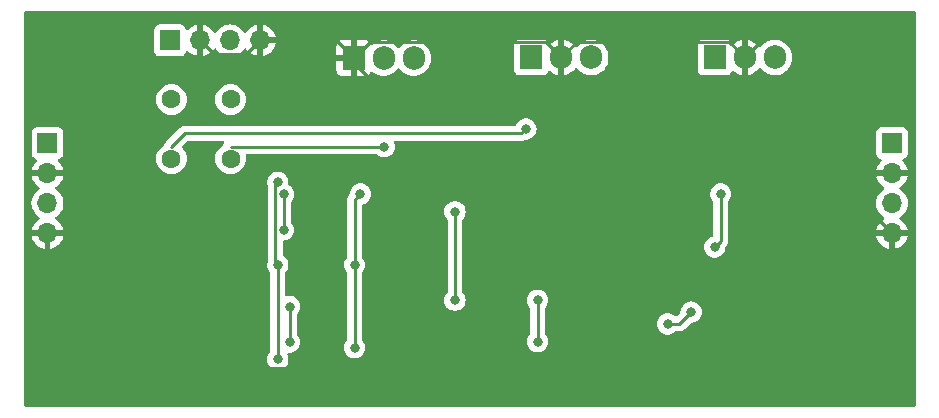
<source format=gbl>
G04 #@! TF.GenerationSoftware,KiCad,Pcbnew,7.0.7*
G04 #@! TF.CreationDate,2023-09-04T18:19:44+02:00*
G04 #@! TF.ProjectId,lt15t3,6c743135-7433-42e6-9b69-6361645f7063,rev?*
G04 #@! TF.SameCoordinates,Original*
G04 #@! TF.FileFunction,Copper,L2,Bot*
G04 #@! TF.FilePolarity,Positive*
%FSLAX46Y46*%
G04 Gerber Fmt 4.6, Leading zero omitted, Abs format (unit mm)*
G04 Created by KiCad (PCBNEW 7.0.7) date 2023-09-04 18:19:44*
%MOMM*%
%LPD*%
G01*
G04 APERTURE LIST*
G04 #@! TA.AperFunction,ComponentPad*
%ADD10R,1.700000X1.700000*%
G04 #@! TD*
G04 #@! TA.AperFunction,ComponentPad*
%ADD11O,1.700000X1.700000*%
G04 #@! TD*
G04 #@! TA.AperFunction,ComponentPad*
%ADD12C,1.600000*%
G04 #@! TD*
G04 #@! TA.AperFunction,ComponentPad*
%ADD13R,1.905000X2.000000*%
G04 #@! TD*
G04 #@! TA.AperFunction,ComponentPad*
%ADD14O,1.905000X2.000000*%
G04 #@! TD*
G04 #@! TA.AperFunction,ViaPad*
%ADD15C,0.800000*%
G04 #@! TD*
G04 #@! TA.AperFunction,Conductor*
%ADD16C,0.250000*%
G04 #@! TD*
G04 APERTURE END LIST*
D10*
G04 #@! TO.P,J1,1,Pin_1*
G04 #@! TO.N,VCC*
X118880000Y-31500000D03*
D11*
G04 #@! TO.P,J1,2,Pin_2*
G04 #@! TO.N,GND*
X121420000Y-31500000D03*
G04 #@! TO.P,J1,3,Pin_3*
G04 #@! TO.N,VSS*
X123960000Y-31500000D03*
G04 #@! TO.P,J1,4,Pin_4*
G04 #@! TO.N,GND*
X126500000Y-31500000D03*
G04 #@! TD*
D12*
G04 #@! TO.P,F1,1*
G04 #@! TO.N,VSS*
X124000000Y-36500000D03*
G04 #@! TO.P,F1,2*
G04 #@! TO.N,Net-(D4-A)*
X124000000Y-41500000D03*
G04 #@! TD*
D13*
G04 #@! TO.P,U3,1,VI*
G04 #@! TO.N,Net-(D3-K)*
X149460000Y-32945000D03*
D14*
G04 #@! TO.P,U3,2,GND*
G04 #@! TO.N,GND*
X152000000Y-32945000D03*
G04 #@! TO.P,U3,3,VO*
G04 #@! TO.N,+15V*
X154540000Y-32945000D03*
G04 #@! TD*
D10*
G04 #@! TO.P,J2,1,Pin_1*
G04 #@! TO.N,O1*
X180000000Y-40200000D03*
D11*
G04 #@! TO.P,J2,2,Pin_2*
G04 #@! TO.N,GND*
X180000000Y-42740000D03*
G04 #@! TO.P,J2,3,Pin_3*
G04 #@! TO.N,O2*
X180000000Y-45280000D03*
G04 #@! TO.P,J2,4,Pin_4*
G04 #@! TO.N,GND*
X180000000Y-47820000D03*
G04 #@! TD*
D10*
G04 #@! TO.P,J3,1,Pin_1*
G04 #@! TO.N,IN1*
X108500000Y-40200000D03*
D11*
G04 #@! TO.P,J3,2,Pin_2*
G04 #@! TO.N,GND*
X108500000Y-42740000D03*
G04 #@! TO.P,J3,3,Pin_3*
G04 #@! TO.N,IN2*
X108500000Y-45280000D03*
G04 #@! TO.P,J3,4,Pin_4*
G04 #@! TO.N,GND*
X108500000Y-47820000D03*
G04 #@! TD*
D12*
G04 #@! TO.P,F2,1*
G04 #@! TO.N,VCC*
X119000000Y-36500000D03*
G04 #@! TO.P,F2,2*
G04 #@! TO.N,Net-(D3-K)*
X119000000Y-41500000D03*
G04 #@! TD*
D13*
G04 #@! TO.P,U4,1,ADJ*
G04 #@! TO.N,GND*
X134420000Y-33000000D03*
D14*
G04 #@! TO.P,U4,2,VI*
G04 #@! TO.N,Net-(D4-A)*
X136960000Y-33000000D03*
G04 #@! TO.P,U4,3,VO*
G04 #@! TO.N,-15V*
X139500000Y-33000000D03*
G04 #@! TD*
D13*
G04 #@! TO.P,U5,1,IN*
G04 #@! TO.N,+15V*
X165000000Y-32945000D03*
D14*
G04 #@! TO.P,U5,2,GND*
G04 #@! TO.N,GND*
X167540000Y-32945000D03*
G04 #@! TO.P,U5,3,OUT*
G04 #@! TO.N,+3.3V*
X170080000Y-32945000D03*
G04 #@! TD*
D15*
G04 #@! TO.N,GND*
X161000000Y-49500000D03*
X159500000Y-56275000D03*
X151000000Y-49000000D03*
X148500000Y-56000000D03*
X138000000Y-37000000D03*
G04 #@! TO.N,+15V*
X135000000Y-44500000D03*
X134500000Y-57500000D03*
X134500000Y-50500000D03*
G04 #@! TO.N,-15V*
X128000000Y-50500000D03*
X128000000Y-43500000D03*
X128000000Y-58500000D03*
G04 #@! TO.N,Net-(D3-K)*
X149000000Y-39000000D03*
G04 #@! TO.N,Net-(D4-A)*
X137000000Y-40500000D03*
G04 #@! TO.N,+3.3V*
X165000000Y-49000000D03*
X165500000Y-44500000D03*
G04 #@! TO.N,Net-(U1--)*
X129000000Y-54040000D03*
X129000000Y-57040000D03*
G04 #@! TO.N,Net-(U6B--)*
X150000000Y-53500000D03*
X150000000Y-57000000D03*
G04 #@! TO.N,Net-(U2--)*
X128500000Y-44540000D03*
X128500000Y-47540000D03*
G04 #@! TO.N,Net-(U6A--)*
X143000000Y-53500000D03*
X143000000Y-46000000D03*
G04 #@! TO.N,Net-(U6A-+)*
X161000000Y-55500000D03*
X163000000Y-54500000D03*
G04 #@! TD*
D16*
G04 #@! TO.N,GND*
X177500000Y-55000000D02*
X177500000Y-33500000D01*
X111000000Y-55000000D02*
X115225000Y-59225000D01*
X173275000Y-59225000D02*
X177500000Y-55000000D01*
X166215000Y-31620000D02*
X167540000Y-32945000D01*
X134420000Y-33000000D02*
X135800000Y-31620000D01*
X152000000Y-32945000D02*
X153325000Y-31620000D01*
X122595000Y-32675000D02*
X125325000Y-32675000D01*
X121420000Y-31500000D02*
X122595000Y-32675000D01*
X111000000Y-33500000D02*
X111000000Y-55000000D01*
X180000000Y-42740000D02*
X178760000Y-42740000D01*
X177000000Y-44500000D02*
X177000000Y-44820000D01*
X161000000Y-49500000D02*
X159500000Y-51000000D01*
X177500000Y-33500000D02*
X175000000Y-31000000D01*
X132920000Y-31500000D02*
X134420000Y-33000000D01*
X151000000Y-49000000D02*
X148500000Y-51500000D01*
X150675000Y-31620000D02*
X152000000Y-32945000D01*
X169000000Y-31485000D02*
X167540000Y-32945000D01*
X159500000Y-51000000D02*
X159500000Y-56275000D01*
X169000000Y-31000000D02*
X169000000Y-31485000D01*
X115225000Y-59225000D02*
X173275000Y-59225000D01*
X153325000Y-31620000D02*
X166215000Y-31620000D01*
X175000000Y-31000000D02*
X169000000Y-31000000D01*
X125325000Y-32675000D02*
X126500000Y-31500000D01*
X138000000Y-37000000D02*
X134420000Y-33420000D01*
X178760000Y-42740000D02*
X177000000Y-44500000D01*
X134420000Y-33420000D02*
X134420000Y-33000000D01*
X135800000Y-31620000D02*
X150675000Y-31620000D01*
X177000000Y-44820000D02*
X180000000Y-47820000D01*
X148500000Y-51500000D02*
X148500000Y-56000000D01*
X126500000Y-31500000D02*
X132920000Y-31500000D01*
G04 #@! TO.N,+15V*
X134500000Y-57500000D02*
X134500000Y-50500000D01*
X134500000Y-50500000D02*
X134500000Y-45000000D01*
X134500000Y-45000000D02*
X135000000Y-44500000D01*
G04 #@! TO.N,-15V*
X128000000Y-50500000D02*
X127775000Y-50275000D01*
X128000000Y-58500000D02*
X128000000Y-50500000D01*
X127775000Y-50275000D02*
X127775000Y-43725000D01*
X127775000Y-43725000D02*
X128000000Y-43500000D01*
G04 #@! TO.N,Net-(D3-K)*
X119000000Y-40500000D02*
X120125000Y-39375000D01*
X148625000Y-39375000D02*
X149000000Y-39000000D01*
X120125000Y-39375000D02*
X148625000Y-39375000D01*
G04 #@! TO.N,Net-(D4-A)*
X124000000Y-40500000D02*
X137000000Y-40500000D01*
G04 #@! TO.N,+3.3V*
X165500000Y-48500000D02*
X165500000Y-44500000D01*
X165000000Y-49000000D02*
X165500000Y-48500000D01*
G04 #@! TO.N,Net-(U1--)*
X129000000Y-57040000D02*
X129000000Y-54040000D01*
G04 #@! TO.N,Net-(U6B--)*
X150000000Y-57000000D02*
X150000000Y-53500000D01*
G04 #@! TO.N,Net-(U2--)*
X128500000Y-47540000D02*
X128500000Y-44540000D01*
G04 #@! TO.N,Net-(U6A--)*
X143000000Y-46000000D02*
X143000000Y-53500000D01*
G04 #@! TO.N,Net-(U6A-+)*
X162000000Y-55500000D02*
X163000000Y-54500000D01*
X161000000Y-55500000D02*
X162000000Y-55500000D01*
G04 #@! TD*
G04 #@! TA.AperFunction,Conductor*
G04 #@! TO.N,GND*
G36*
X181942539Y-29020185D02*
G01*
X181988294Y-29072989D01*
X181999500Y-29124500D01*
X181999500Y-62375500D01*
X181979815Y-62442539D01*
X181927011Y-62488294D01*
X181875500Y-62499500D01*
X106624500Y-62499500D01*
X106557461Y-62479815D01*
X106511706Y-62427011D01*
X106500500Y-62375500D01*
X106500500Y-58500000D01*
X127094540Y-58500000D01*
X127114326Y-58688256D01*
X127114327Y-58688259D01*
X127172818Y-58868277D01*
X127172821Y-58868284D01*
X127267467Y-59032216D01*
X127394128Y-59172887D01*
X127394129Y-59172888D01*
X127547265Y-59284148D01*
X127547270Y-59284151D01*
X127720192Y-59361142D01*
X127720197Y-59361144D01*
X127905354Y-59400500D01*
X127905355Y-59400500D01*
X128094644Y-59400500D01*
X128094646Y-59400500D01*
X128279803Y-59361144D01*
X128452730Y-59284151D01*
X128605871Y-59172888D01*
X128732533Y-59032216D01*
X128827179Y-58868284D01*
X128885674Y-58688256D01*
X128905460Y-58500000D01*
X128885674Y-58311744D01*
X128827179Y-58131716D01*
X128824167Y-58126499D01*
X128807694Y-58058602D01*
X128830546Y-57992574D01*
X128885466Y-57949383D01*
X128931554Y-57940500D01*
X129094644Y-57940500D01*
X129094646Y-57940500D01*
X129279803Y-57901144D01*
X129452730Y-57824151D01*
X129605871Y-57712888D01*
X129732533Y-57572216D01*
X129774227Y-57500000D01*
X133594540Y-57500000D01*
X133614326Y-57688256D01*
X133614327Y-57688259D01*
X133672818Y-57868277D01*
X133672821Y-57868284D01*
X133767467Y-58032216D01*
X133857063Y-58131722D01*
X133894129Y-58172888D01*
X134047265Y-58284148D01*
X134047270Y-58284151D01*
X134220192Y-58361142D01*
X134220197Y-58361144D01*
X134405354Y-58400500D01*
X134405355Y-58400500D01*
X134594644Y-58400500D01*
X134594646Y-58400500D01*
X134779803Y-58361144D01*
X134952730Y-58284151D01*
X135105871Y-58172888D01*
X135232533Y-58032216D01*
X135327179Y-57868284D01*
X135385674Y-57688256D01*
X135405460Y-57500000D01*
X135385674Y-57311744D01*
X135327179Y-57131716D01*
X135251133Y-57000000D01*
X149094540Y-57000000D01*
X149114326Y-57188256D01*
X149114327Y-57188259D01*
X149172818Y-57368277D01*
X149172821Y-57368284D01*
X149267467Y-57532216D01*
X149394129Y-57672888D01*
X149547265Y-57784148D01*
X149547270Y-57784151D01*
X149720192Y-57861142D01*
X149720197Y-57861144D01*
X149905354Y-57900500D01*
X149905355Y-57900500D01*
X150094644Y-57900500D01*
X150094646Y-57900500D01*
X150279803Y-57861144D01*
X150452730Y-57784151D01*
X150605871Y-57672888D01*
X150732533Y-57532216D01*
X150827179Y-57368284D01*
X150885674Y-57188256D01*
X150905460Y-57000000D01*
X150885674Y-56811744D01*
X150827179Y-56631716D01*
X150732533Y-56467784D01*
X150657350Y-56384284D01*
X150627120Y-56321292D01*
X150625500Y-56301312D01*
X150625500Y-55500000D01*
X160094540Y-55500000D01*
X160114326Y-55688256D01*
X160114327Y-55688259D01*
X160172818Y-55868277D01*
X160172821Y-55868284D01*
X160267467Y-56032216D01*
X160388401Y-56166526D01*
X160394129Y-56172888D01*
X160547265Y-56284148D01*
X160547270Y-56284151D01*
X160720192Y-56361142D01*
X160720197Y-56361144D01*
X160905354Y-56400500D01*
X160905355Y-56400500D01*
X161094644Y-56400500D01*
X161094646Y-56400500D01*
X161279803Y-56361144D01*
X161452730Y-56284151D01*
X161605871Y-56172888D01*
X161608788Y-56169647D01*
X161611600Y-56166526D01*
X161671087Y-56129879D01*
X161703748Y-56125500D01*
X161917257Y-56125500D01*
X161932877Y-56127224D01*
X161932904Y-56126939D01*
X161940660Y-56127671D01*
X161940667Y-56127673D01*
X162009814Y-56125500D01*
X162039350Y-56125500D01*
X162046228Y-56124630D01*
X162052041Y-56124172D01*
X162098627Y-56122709D01*
X162117869Y-56117117D01*
X162136912Y-56113174D01*
X162156792Y-56110664D01*
X162200122Y-56093507D01*
X162205646Y-56091617D01*
X162209396Y-56090527D01*
X162250390Y-56078618D01*
X162267629Y-56068422D01*
X162285103Y-56059862D01*
X162303727Y-56052488D01*
X162303727Y-56052487D01*
X162303732Y-56052486D01*
X162341449Y-56025082D01*
X162346305Y-56021892D01*
X162386420Y-55998170D01*
X162400589Y-55983999D01*
X162415379Y-55971368D01*
X162431587Y-55959594D01*
X162461299Y-55923676D01*
X162465212Y-55919376D01*
X162947770Y-55436819D01*
X163009094Y-55403334D01*
X163035452Y-55400500D01*
X163094644Y-55400500D01*
X163094646Y-55400500D01*
X163279803Y-55361144D01*
X163452730Y-55284151D01*
X163605871Y-55172888D01*
X163732533Y-55032216D01*
X163827179Y-54868284D01*
X163885674Y-54688256D01*
X163905460Y-54500000D01*
X163885674Y-54311744D01*
X163827179Y-54131716D01*
X163732533Y-53967784D01*
X163605871Y-53827112D01*
X163605870Y-53827111D01*
X163452734Y-53715851D01*
X163452729Y-53715848D01*
X163279807Y-53638857D01*
X163279802Y-53638855D01*
X163134000Y-53607865D01*
X163094646Y-53599500D01*
X162905354Y-53599500D01*
X162872897Y-53606398D01*
X162720197Y-53638855D01*
X162720192Y-53638857D01*
X162547270Y-53715848D01*
X162547265Y-53715851D01*
X162394129Y-53827111D01*
X162267466Y-53967785D01*
X162172821Y-54131715D01*
X162172818Y-54131722D01*
X162114327Y-54311740D01*
X162114326Y-54311744D01*
X162096679Y-54479650D01*
X162070094Y-54544264D01*
X162061039Y-54554369D01*
X161784700Y-54830708D01*
X161723377Y-54864193D01*
X161653685Y-54859209D01*
X161611534Y-54830534D01*
X161610701Y-54831461D01*
X161605869Y-54827110D01*
X161452734Y-54715851D01*
X161452729Y-54715848D01*
X161279807Y-54638857D01*
X161279802Y-54638855D01*
X161134001Y-54607865D01*
X161094646Y-54599500D01*
X160905354Y-54599500D01*
X160872897Y-54606398D01*
X160720197Y-54638855D01*
X160720192Y-54638857D01*
X160547270Y-54715848D01*
X160547265Y-54715851D01*
X160394129Y-54827111D01*
X160267466Y-54967785D01*
X160172821Y-55131715D01*
X160172818Y-55131722D01*
X160114327Y-55311740D01*
X160114326Y-55311744D01*
X160094540Y-55500000D01*
X150625500Y-55500000D01*
X150625500Y-54198687D01*
X150645185Y-54131648D01*
X150657350Y-54115715D01*
X150675891Y-54095122D01*
X150732533Y-54032216D01*
X150827179Y-53868284D01*
X150885674Y-53688256D01*
X150905460Y-53500000D01*
X150885674Y-53311744D01*
X150827179Y-53131716D01*
X150732533Y-52967784D01*
X150605871Y-52827112D01*
X150605870Y-52827111D01*
X150452734Y-52715851D01*
X150452729Y-52715848D01*
X150279807Y-52638857D01*
X150279802Y-52638855D01*
X150134001Y-52607865D01*
X150094646Y-52599500D01*
X149905354Y-52599500D01*
X149872897Y-52606398D01*
X149720197Y-52638855D01*
X149720192Y-52638857D01*
X149547270Y-52715848D01*
X149547265Y-52715851D01*
X149394129Y-52827111D01*
X149267466Y-52967785D01*
X149172821Y-53131715D01*
X149172818Y-53131722D01*
X149114327Y-53311740D01*
X149114326Y-53311744D01*
X149094540Y-53500000D01*
X149114326Y-53688256D01*
X149114327Y-53688259D01*
X149172818Y-53868277D01*
X149172821Y-53868284D01*
X149267467Y-54032216D01*
X149274476Y-54040000D01*
X149342650Y-54115715D01*
X149372880Y-54178706D01*
X149374500Y-54198687D01*
X149374500Y-56301312D01*
X149354815Y-56368351D01*
X149342650Y-56384284D01*
X149267466Y-56467784D01*
X149172821Y-56631715D01*
X149172818Y-56631722D01*
X149114327Y-56811740D01*
X149114326Y-56811744D01*
X149094540Y-57000000D01*
X135251133Y-57000000D01*
X135232533Y-56967784D01*
X135232533Y-56967783D01*
X135157350Y-56884284D01*
X135127120Y-56821292D01*
X135125500Y-56801312D01*
X135125500Y-53500000D01*
X142094540Y-53500000D01*
X142114326Y-53688256D01*
X142114327Y-53688259D01*
X142172818Y-53868277D01*
X142172821Y-53868284D01*
X142267467Y-54032216D01*
X142357063Y-54131722D01*
X142394129Y-54172888D01*
X142547265Y-54284148D01*
X142547270Y-54284151D01*
X142720192Y-54361142D01*
X142720197Y-54361144D01*
X142905354Y-54400500D01*
X142905355Y-54400500D01*
X143094644Y-54400500D01*
X143094646Y-54400500D01*
X143279803Y-54361144D01*
X143452730Y-54284151D01*
X143605871Y-54172888D01*
X143732533Y-54032216D01*
X143827179Y-53868284D01*
X143885674Y-53688256D01*
X143905460Y-53500000D01*
X143885674Y-53311744D01*
X143827179Y-53131716D01*
X143732533Y-52967784D01*
X143732533Y-52967783D01*
X143657350Y-52884284D01*
X143627120Y-52821292D01*
X143625500Y-52801312D01*
X143625500Y-49000000D01*
X164094540Y-49000000D01*
X164114326Y-49188256D01*
X164114327Y-49188259D01*
X164172818Y-49368277D01*
X164172821Y-49368284D01*
X164267467Y-49532216D01*
X164341754Y-49614720D01*
X164394129Y-49672888D01*
X164547265Y-49784148D01*
X164547270Y-49784151D01*
X164720192Y-49861142D01*
X164720197Y-49861144D01*
X164905354Y-49900500D01*
X164905355Y-49900500D01*
X165094644Y-49900500D01*
X165094646Y-49900500D01*
X165279803Y-49861144D01*
X165452730Y-49784151D01*
X165605871Y-49672888D01*
X165732533Y-49532216D01*
X165827179Y-49368284D01*
X165885674Y-49188256D01*
X165903232Y-49021195D01*
X165929815Y-48956584D01*
X165936147Y-48949290D01*
X165949241Y-48935348D01*
X165970120Y-48914470D01*
X165974370Y-48908989D01*
X165978151Y-48904561D01*
X166010062Y-48870582D01*
X166019713Y-48853024D01*
X166030396Y-48836761D01*
X166042673Y-48820936D01*
X166061183Y-48778158D01*
X166063743Y-48772932D01*
X166086197Y-48732092D01*
X166091178Y-48712687D01*
X166097482Y-48694279D01*
X166105438Y-48675895D01*
X166112729Y-48629853D01*
X166113908Y-48624162D01*
X166125500Y-48579019D01*
X166125500Y-48558974D01*
X166127025Y-48539591D01*
X166130160Y-48519804D01*
X166125775Y-48473415D01*
X166125500Y-48467577D01*
X166125500Y-45280000D01*
X178644341Y-45280000D01*
X178664936Y-45515403D01*
X178664938Y-45515413D01*
X178726094Y-45743655D01*
X178726096Y-45743659D01*
X178726097Y-45743663D01*
X178757842Y-45811740D01*
X178825965Y-45957830D01*
X178825967Y-45957834D01*
X178961501Y-46151395D01*
X178961506Y-46151402D01*
X179128597Y-46318493D01*
X179128603Y-46318498D01*
X179314594Y-46448730D01*
X179358219Y-46503307D01*
X179365413Y-46572805D01*
X179333890Y-46635160D01*
X179314595Y-46651880D01*
X179128922Y-46781890D01*
X179128920Y-46781891D01*
X178961891Y-46948920D01*
X178961886Y-46948926D01*
X178826400Y-47142420D01*
X178826399Y-47142422D01*
X178726570Y-47356507D01*
X178726567Y-47356513D01*
X178669364Y-47569999D01*
X178669364Y-47570000D01*
X179386653Y-47570000D01*
X179453692Y-47589685D01*
X179499447Y-47642489D01*
X179509391Y-47711647D01*
X179505631Y-47728933D01*
X179500000Y-47748111D01*
X179500000Y-47891888D01*
X179505631Y-47911067D01*
X179505630Y-47980936D01*
X179467855Y-48039714D01*
X179404299Y-48068738D01*
X179386653Y-48070000D01*
X178669364Y-48070000D01*
X178726567Y-48283486D01*
X178726570Y-48283492D01*
X178826399Y-48497578D01*
X178961894Y-48691082D01*
X179128917Y-48858105D01*
X179322421Y-48993600D01*
X179536507Y-49093429D01*
X179536516Y-49093433D01*
X179750000Y-49150634D01*
X179750000Y-48432301D01*
X179769685Y-48365262D01*
X179822489Y-48319507D01*
X179891647Y-48309563D01*
X179964237Y-48320000D01*
X179964238Y-48320000D01*
X180035762Y-48320000D01*
X180035763Y-48320000D01*
X180108353Y-48309563D01*
X180177512Y-48319507D01*
X180230315Y-48365262D01*
X180250000Y-48432301D01*
X180250000Y-49150633D01*
X180463483Y-49093433D01*
X180463492Y-49093429D01*
X180677578Y-48993600D01*
X180871082Y-48858105D01*
X181038105Y-48691082D01*
X181173600Y-48497578D01*
X181273429Y-48283492D01*
X181273432Y-48283486D01*
X181330636Y-48070000D01*
X180613347Y-48070000D01*
X180546308Y-48050315D01*
X180500553Y-47997511D01*
X180490609Y-47928353D01*
X180494369Y-47911067D01*
X180500000Y-47891888D01*
X180500000Y-47748111D01*
X180494369Y-47728933D01*
X180494370Y-47659064D01*
X180532145Y-47600286D01*
X180595701Y-47571262D01*
X180613347Y-47570000D01*
X181330636Y-47570000D01*
X181330635Y-47569999D01*
X181273432Y-47356513D01*
X181273429Y-47356507D01*
X181173600Y-47142422D01*
X181173599Y-47142420D01*
X181038113Y-46948926D01*
X181038108Y-46948920D01*
X180871078Y-46781890D01*
X180685405Y-46651879D01*
X180641780Y-46597302D01*
X180634588Y-46527804D01*
X180666110Y-46465449D01*
X180685406Y-46448730D01*
X180871401Y-46318495D01*
X181038495Y-46151401D01*
X181174035Y-45957830D01*
X181273903Y-45743663D01*
X181335063Y-45515408D01*
X181355659Y-45280000D01*
X181352044Y-45238687D01*
X181343310Y-45138855D01*
X181335063Y-45044592D01*
X181287820Y-44868277D01*
X181273905Y-44816344D01*
X181273904Y-44816343D01*
X181273903Y-44816337D01*
X181174035Y-44602171D01*
X181162385Y-44585532D01*
X181038494Y-44408597D01*
X180871402Y-44241506D01*
X180871401Y-44241505D01*
X180685405Y-44111269D01*
X180641781Y-44056692D01*
X180634588Y-43987193D01*
X180666110Y-43924839D01*
X180685405Y-43908119D01*
X180871082Y-43778105D01*
X181038105Y-43611082D01*
X181173600Y-43417578D01*
X181273429Y-43203492D01*
X181273432Y-43203486D01*
X181330636Y-42990000D01*
X180613347Y-42990000D01*
X180546308Y-42970315D01*
X180500553Y-42917511D01*
X180490609Y-42848353D01*
X180494369Y-42831067D01*
X180500000Y-42811888D01*
X180500000Y-42668111D01*
X180494369Y-42648933D01*
X180494370Y-42579064D01*
X180532145Y-42520286D01*
X180595701Y-42491262D01*
X180613347Y-42490000D01*
X181330636Y-42490000D01*
X181330635Y-42489999D01*
X181273432Y-42276513D01*
X181273429Y-42276507D01*
X181173600Y-42062422D01*
X181173599Y-42062420D01*
X181038113Y-41868926D01*
X181038108Y-41868920D01*
X180916053Y-41746865D01*
X180882568Y-41685542D01*
X180887552Y-41615850D01*
X180929424Y-41559917D01*
X180960400Y-41543002D01*
X181092331Y-41493796D01*
X181207546Y-41407546D01*
X181293796Y-41292331D01*
X181344091Y-41157483D01*
X181350500Y-41097873D01*
X181350499Y-39302128D01*
X181344091Y-39242517D01*
X181293796Y-39107669D01*
X181293795Y-39107668D01*
X181293793Y-39107664D01*
X181207547Y-38992455D01*
X181207544Y-38992452D01*
X181092335Y-38906206D01*
X181092328Y-38906202D01*
X180957482Y-38855908D01*
X180957483Y-38855908D01*
X180897883Y-38849501D01*
X180897881Y-38849500D01*
X180897873Y-38849500D01*
X180897864Y-38849500D01*
X179102129Y-38849500D01*
X179102123Y-38849501D01*
X179042516Y-38855908D01*
X178907671Y-38906202D01*
X178907664Y-38906206D01*
X178792455Y-38992452D01*
X178792452Y-38992455D01*
X178706206Y-39107664D01*
X178706202Y-39107671D01*
X178655908Y-39242517D01*
X178649501Y-39302116D01*
X178649501Y-39302123D01*
X178649500Y-39302135D01*
X178649500Y-41097870D01*
X178649501Y-41097876D01*
X178655908Y-41157483D01*
X178706202Y-41292328D01*
X178706206Y-41292335D01*
X178792452Y-41407544D01*
X178792455Y-41407547D01*
X178907664Y-41493793D01*
X178907671Y-41493797D01*
X178924305Y-41500001D01*
X179039598Y-41543002D01*
X179095531Y-41584873D01*
X179119949Y-41650337D01*
X179105098Y-41718610D01*
X179083947Y-41746865D01*
X178961886Y-41868926D01*
X178826400Y-42062420D01*
X178826399Y-42062422D01*
X178726570Y-42276507D01*
X178726567Y-42276513D01*
X178669364Y-42489999D01*
X178669364Y-42490000D01*
X179386653Y-42490000D01*
X179453692Y-42509685D01*
X179499447Y-42562489D01*
X179509391Y-42631647D01*
X179505631Y-42648933D01*
X179500000Y-42668111D01*
X179500000Y-42811888D01*
X179505631Y-42831067D01*
X179505630Y-42900936D01*
X179467855Y-42959714D01*
X179404299Y-42988738D01*
X179386653Y-42990000D01*
X178669364Y-42990000D01*
X178726567Y-43203486D01*
X178726570Y-43203492D01*
X178826399Y-43417578D01*
X178961894Y-43611082D01*
X179128917Y-43778105D01*
X179314595Y-43908119D01*
X179358219Y-43962696D01*
X179365412Y-44032195D01*
X179333890Y-44094549D01*
X179314595Y-44111269D01*
X179128594Y-44241508D01*
X178961505Y-44408597D01*
X178825965Y-44602169D01*
X178825964Y-44602171D01*
X178748681Y-44767906D01*
X178731053Y-44805710D01*
X178726098Y-44816335D01*
X178726094Y-44816344D01*
X178664938Y-45044586D01*
X178664936Y-45044596D01*
X178644341Y-45279999D01*
X178644341Y-45280000D01*
X166125500Y-45280000D01*
X166125500Y-45198687D01*
X166145185Y-45131648D01*
X166157350Y-45115715D01*
X166196517Y-45072215D01*
X166232533Y-45032216D01*
X166327179Y-44868284D01*
X166385674Y-44688256D01*
X166405460Y-44500000D01*
X166385674Y-44311744D01*
X166327179Y-44131716D01*
X166232533Y-43967784D01*
X166105871Y-43827112D01*
X166090782Y-43816149D01*
X165952734Y-43715851D01*
X165952729Y-43715848D01*
X165779807Y-43638857D01*
X165779802Y-43638855D01*
X165634001Y-43607865D01*
X165594646Y-43599500D01*
X165405354Y-43599500D01*
X165372897Y-43606398D01*
X165220197Y-43638855D01*
X165220192Y-43638857D01*
X165047270Y-43715848D01*
X165047265Y-43715851D01*
X164894129Y-43827111D01*
X164767466Y-43967785D01*
X164672821Y-44131715D01*
X164672818Y-44131722D01*
X164637147Y-44241508D01*
X164614326Y-44311744D01*
X164594540Y-44500000D01*
X164614326Y-44688256D01*
X164614327Y-44688259D01*
X164672818Y-44868277D01*
X164672821Y-44868284D01*
X164767467Y-45032216D01*
X164803483Y-45072215D01*
X164842650Y-45115715D01*
X164872880Y-45178706D01*
X164874500Y-45198687D01*
X164874500Y-48005644D01*
X164854815Y-48072683D01*
X164802011Y-48118438D01*
X164776282Y-48126934D01*
X164720196Y-48138856D01*
X164720192Y-48138857D01*
X164547270Y-48215848D01*
X164547265Y-48215851D01*
X164394129Y-48327111D01*
X164267466Y-48467785D01*
X164172821Y-48631715D01*
X164172818Y-48631722D01*
X164126939Y-48772924D01*
X164114326Y-48811744D01*
X164094540Y-49000000D01*
X143625500Y-49000000D01*
X143625500Y-46698687D01*
X143645185Y-46631648D01*
X143657350Y-46615715D01*
X143675891Y-46595122D01*
X143732533Y-46532216D01*
X143827179Y-46368284D01*
X143885674Y-46188256D01*
X143905460Y-46000000D01*
X143885674Y-45811744D01*
X143827179Y-45631716D01*
X143732533Y-45467784D01*
X143605871Y-45327112D01*
X143605870Y-45327111D01*
X143452734Y-45215851D01*
X143452729Y-45215848D01*
X143279807Y-45138857D01*
X143279802Y-45138855D01*
X143134001Y-45107865D01*
X143094646Y-45099500D01*
X142905354Y-45099500D01*
X142872897Y-45106398D01*
X142720197Y-45138855D01*
X142720192Y-45138857D01*
X142547270Y-45215848D01*
X142547265Y-45215851D01*
X142394129Y-45327111D01*
X142267466Y-45467785D01*
X142172821Y-45631715D01*
X142172818Y-45631722D01*
X142114327Y-45811740D01*
X142114326Y-45811744D01*
X142094540Y-46000000D01*
X142114326Y-46188256D01*
X142114327Y-46188259D01*
X142172818Y-46368277D01*
X142172821Y-46368284D01*
X142267467Y-46532216D01*
X142304014Y-46572805D01*
X142342650Y-46615715D01*
X142372880Y-46678706D01*
X142374500Y-46698687D01*
X142374500Y-52801312D01*
X142354815Y-52868351D01*
X142342650Y-52884284D01*
X142267466Y-52967784D01*
X142172821Y-53131715D01*
X142172818Y-53131722D01*
X142114327Y-53311740D01*
X142114326Y-53311744D01*
X142094540Y-53500000D01*
X135125500Y-53500000D01*
X135125500Y-51198687D01*
X135145185Y-51131648D01*
X135157350Y-51115715D01*
X135175891Y-51095122D01*
X135232533Y-51032216D01*
X135327179Y-50868284D01*
X135385674Y-50688256D01*
X135405460Y-50500000D01*
X135385674Y-50311744D01*
X135327179Y-50131716D01*
X135232533Y-49967784D01*
X135232533Y-49967783D01*
X135157350Y-49884284D01*
X135127120Y-49821292D01*
X135125500Y-49801312D01*
X135125500Y-45494354D01*
X135145185Y-45427315D01*
X135197989Y-45381560D01*
X135223710Y-45373066D01*
X135279803Y-45361144D01*
X135279807Y-45361142D01*
X135279808Y-45361142D01*
X135356241Y-45327111D01*
X135452730Y-45284151D01*
X135605871Y-45172888D01*
X135732533Y-45032216D01*
X135827179Y-44868284D01*
X135885674Y-44688256D01*
X135905460Y-44500000D01*
X135885674Y-44311744D01*
X135827179Y-44131716D01*
X135732533Y-43967784D01*
X135605871Y-43827112D01*
X135590782Y-43816149D01*
X135452734Y-43715851D01*
X135452729Y-43715848D01*
X135279807Y-43638857D01*
X135279802Y-43638855D01*
X135134000Y-43607865D01*
X135094646Y-43599500D01*
X134905354Y-43599500D01*
X134872897Y-43606398D01*
X134720197Y-43638855D01*
X134720192Y-43638857D01*
X134547270Y-43715848D01*
X134547265Y-43715851D01*
X134394129Y-43827111D01*
X134267466Y-43967785D01*
X134172821Y-44131715D01*
X134172818Y-44131722D01*
X134137147Y-44241508D01*
X134114326Y-44311744D01*
X134110122Y-44351744D01*
X134096768Y-44478799D01*
X134070183Y-44543413D01*
X134063841Y-44550719D01*
X134050773Y-44564635D01*
X134043810Y-44571597D01*
X134029888Y-44585519D01*
X134029877Y-44585532D01*
X134025621Y-44591017D01*
X134021837Y-44595447D01*
X133989937Y-44629418D01*
X133989936Y-44629420D01*
X133980284Y-44646976D01*
X133969610Y-44663226D01*
X133957329Y-44679061D01*
X133957324Y-44679068D01*
X133938815Y-44721838D01*
X133936245Y-44727084D01*
X133913803Y-44767906D01*
X133908822Y-44787307D01*
X133902521Y-44805710D01*
X133894562Y-44824102D01*
X133894561Y-44824105D01*
X133887271Y-44870127D01*
X133886087Y-44875846D01*
X133874501Y-44920972D01*
X133874500Y-44920982D01*
X133874500Y-44941016D01*
X133872973Y-44960415D01*
X133869840Y-44980194D01*
X133869839Y-44980197D01*
X133874224Y-45026585D01*
X133874499Y-45032421D01*
X133874500Y-49801312D01*
X133854815Y-49868351D01*
X133842650Y-49884284D01*
X133767466Y-49967784D01*
X133672821Y-50131715D01*
X133672818Y-50131722D01*
X133643431Y-50222168D01*
X133614326Y-50311744D01*
X133594540Y-50500000D01*
X133614326Y-50688256D01*
X133614327Y-50688259D01*
X133672818Y-50868277D01*
X133672821Y-50868284D01*
X133767467Y-51032216D01*
X133810772Y-51080310D01*
X133842650Y-51115715D01*
X133872880Y-51178706D01*
X133874500Y-51198687D01*
X133874500Y-56801312D01*
X133854815Y-56868351D01*
X133842650Y-56884284D01*
X133767466Y-56967784D01*
X133672821Y-57131715D01*
X133672818Y-57131722D01*
X133614327Y-57311740D01*
X133614326Y-57311744D01*
X133594540Y-57500000D01*
X129774227Y-57500000D01*
X129827179Y-57408284D01*
X129885674Y-57228256D01*
X129905460Y-57040000D01*
X129885674Y-56851744D01*
X129827179Y-56671716D01*
X129732533Y-56507784D01*
X129732532Y-56507783D01*
X129657349Y-56424283D01*
X129627119Y-56361291D01*
X129625499Y-56341311D01*
X129625499Y-54738686D01*
X129645184Y-54671647D01*
X129657351Y-54655712D01*
X129732530Y-54572220D01*
X129732531Y-54572217D01*
X129732533Y-54572216D01*
X129827179Y-54408284D01*
X129885674Y-54228256D01*
X129905460Y-54040000D01*
X129885674Y-53851744D01*
X129827179Y-53671716D01*
X129732533Y-53507784D01*
X129605871Y-53367112D01*
X129605870Y-53367111D01*
X129452734Y-53255851D01*
X129452729Y-53255848D01*
X129279807Y-53178857D01*
X129279802Y-53178855D01*
X129134000Y-53147865D01*
X129094646Y-53139500D01*
X128905354Y-53139500D01*
X128905352Y-53139500D01*
X128775280Y-53167147D01*
X128705613Y-53161831D01*
X128649880Y-53119693D01*
X128625775Y-53054113D01*
X128625500Y-53045857D01*
X128625500Y-51198687D01*
X128645185Y-51131648D01*
X128657350Y-51115715D01*
X128675891Y-51095122D01*
X128732533Y-51032216D01*
X128827179Y-50868284D01*
X128885674Y-50688256D01*
X128905460Y-50500000D01*
X128885674Y-50311744D01*
X128827179Y-50131716D01*
X128732533Y-49967784D01*
X128605871Y-49827112D01*
X128597860Y-49821292D01*
X128451614Y-49715038D01*
X128408948Y-49659708D01*
X128400499Y-49614724D01*
X128400499Y-48564499D01*
X128420184Y-48497461D01*
X128472988Y-48451706D01*
X128524499Y-48440500D01*
X128594644Y-48440500D01*
X128594646Y-48440500D01*
X128779803Y-48401144D01*
X128952730Y-48324151D01*
X129105871Y-48212888D01*
X129232533Y-48072216D01*
X129327179Y-47908284D01*
X129385674Y-47728256D01*
X129405460Y-47540000D01*
X129385674Y-47351744D01*
X129327179Y-47171716D01*
X129232533Y-47007784D01*
X129157348Y-46924283D01*
X129127119Y-46861293D01*
X129125500Y-46841324D01*
X129125500Y-45238683D01*
X129145184Y-45171648D01*
X129157350Y-45155714D01*
X129232533Y-45072216D01*
X129327179Y-44908284D01*
X129385674Y-44728256D01*
X129405460Y-44540000D01*
X129385674Y-44351744D01*
X129327179Y-44171716D01*
X129232533Y-44007784D01*
X129105871Y-43867112D01*
X129050816Y-43827112D01*
X128952735Y-43755852D01*
X128952553Y-43755747D01*
X128952468Y-43755658D01*
X128947473Y-43752029D01*
X128948136Y-43751115D01*
X128904336Y-43705182D01*
X128891111Y-43636575D01*
X128891217Y-43635511D01*
X128905460Y-43500000D01*
X128885674Y-43311744D01*
X128827179Y-43131716D01*
X128732533Y-42967784D01*
X128605871Y-42827112D01*
X128605870Y-42827111D01*
X128452734Y-42715851D01*
X128452729Y-42715848D01*
X128279807Y-42638857D01*
X128279802Y-42638855D01*
X128134000Y-42607865D01*
X128094646Y-42599500D01*
X127905354Y-42599500D01*
X127872897Y-42606398D01*
X127720197Y-42638855D01*
X127720192Y-42638857D01*
X127547270Y-42715848D01*
X127547265Y-42715851D01*
X127394129Y-42827111D01*
X127267466Y-42967785D01*
X127172821Y-43131715D01*
X127172818Y-43131722D01*
X127137637Y-43240000D01*
X127114326Y-43311744D01*
X127094540Y-43500000D01*
X127114326Y-43688256D01*
X127114327Y-43688259D01*
X127143431Y-43777831D01*
X127149500Y-43816149D01*
X127149500Y-50183850D01*
X127143430Y-50222168D01*
X127114326Y-50311744D01*
X127094540Y-50500000D01*
X127114326Y-50688256D01*
X127114327Y-50688259D01*
X127172818Y-50868277D01*
X127172821Y-50868284D01*
X127267467Y-51032216D01*
X127310772Y-51080310D01*
X127342650Y-51115715D01*
X127372880Y-51178706D01*
X127374500Y-51198687D01*
X127374500Y-57801312D01*
X127354815Y-57868351D01*
X127342650Y-57884284D01*
X127267466Y-57967784D01*
X127172821Y-58131715D01*
X127172818Y-58131722D01*
X127114327Y-58311740D01*
X127114326Y-58311744D01*
X127094540Y-58500000D01*
X106500500Y-58500000D01*
X106500500Y-45280000D01*
X107144341Y-45280000D01*
X107164936Y-45515403D01*
X107164938Y-45515413D01*
X107226094Y-45743655D01*
X107226096Y-45743659D01*
X107226097Y-45743663D01*
X107257842Y-45811740D01*
X107325965Y-45957830D01*
X107325967Y-45957834D01*
X107461501Y-46151395D01*
X107461506Y-46151402D01*
X107628597Y-46318493D01*
X107628603Y-46318498D01*
X107814594Y-46448730D01*
X107858219Y-46503307D01*
X107865413Y-46572805D01*
X107833890Y-46635160D01*
X107814595Y-46651880D01*
X107628922Y-46781890D01*
X107628920Y-46781891D01*
X107461891Y-46948920D01*
X107461886Y-46948926D01*
X107326400Y-47142420D01*
X107326399Y-47142422D01*
X107226570Y-47356507D01*
X107226567Y-47356513D01*
X107169364Y-47569999D01*
X107169364Y-47570000D01*
X107886653Y-47570000D01*
X107953692Y-47589685D01*
X107999447Y-47642489D01*
X108009391Y-47711647D01*
X108005631Y-47728933D01*
X108000000Y-47748111D01*
X108000000Y-47891888D01*
X108005631Y-47911067D01*
X108005630Y-47980936D01*
X107967855Y-48039714D01*
X107904299Y-48068738D01*
X107886653Y-48070000D01*
X107169364Y-48070000D01*
X107226567Y-48283486D01*
X107226570Y-48283492D01*
X107326399Y-48497578D01*
X107461894Y-48691082D01*
X107628917Y-48858105D01*
X107822421Y-48993600D01*
X108036507Y-49093429D01*
X108036516Y-49093433D01*
X108250000Y-49150634D01*
X108250000Y-48432301D01*
X108269685Y-48365262D01*
X108322489Y-48319507D01*
X108391647Y-48309563D01*
X108464237Y-48320000D01*
X108464238Y-48320000D01*
X108535762Y-48320000D01*
X108535763Y-48320000D01*
X108608353Y-48309563D01*
X108677512Y-48319507D01*
X108730315Y-48365262D01*
X108750000Y-48432301D01*
X108750000Y-49150633D01*
X108963483Y-49093433D01*
X108963492Y-49093429D01*
X109177578Y-48993600D01*
X109371082Y-48858105D01*
X109538105Y-48691082D01*
X109673600Y-48497578D01*
X109773429Y-48283492D01*
X109773432Y-48283486D01*
X109830636Y-48070000D01*
X109113347Y-48070000D01*
X109046308Y-48050315D01*
X109000553Y-47997511D01*
X108990609Y-47928353D01*
X108994369Y-47911067D01*
X109000000Y-47891888D01*
X109000000Y-47748111D01*
X108994369Y-47728933D01*
X108994370Y-47659064D01*
X109032145Y-47600286D01*
X109095701Y-47571262D01*
X109113347Y-47570000D01*
X109830636Y-47570000D01*
X109830635Y-47569999D01*
X109773432Y-47356513D01*
X109773429Y-47356507D01*
X109673600Y-47142422D01*
X109673599Y-47142420D01*
X109538113Y-46948926D01*
X109538108Y-46948920D01*
X109371078Y-46781890D01*
X109185405Y-46651879D01*
X109141780Y-46597302D01*
X109134588Y-46527804D01*
X109166110Y-46465449D01*
X109185406Y-46448730D01*
X109371401Y-46318495D01*
X109538495Y-46151401D01*
X109674035Y-45957830D01*
X109773903Y-45743663D01*
X109835063Y-45515408D01*
X109855659Y-45280000D01*
X109852044Y-45238687D01*
X109843310Y-45138855D01*
X109835063Y-45044592D01*
X109787820Y-44868277D01*
X109773905Y-44816344D01*
X109773904Y-44816343D01*
X109773903Y-44816337D01*
X109674035Y-44602171D01*
X109662385Y-44585532D01*
X109538494Y-44408597D01*
X109371402Y-44241506D01*
X109371401Y-44241505D01*
X109185405Y-44111269D01*
X109141781Y-44056692D01*
X109134588Y-43987193D01*
X109166110Y-43924839D01*
X109185405Y-43908119D01*
X109371082Y-43778105D01*
X109538105Y-43611082D01*
X109673600Y-43417578D01*
X109773429Y-43203492D01*
X109773432Y-43203486D01*
X109830636Y-42990000D01*
X109113347Y-42990000D01*
X109046308Y-42970315D01*
X109000553Y-42917511D01*
X108990609Y-42848353D01*
X108994369Y-42831067D01*
X109000000Y-42811888D01*
X109000000Y-42668111D01*
X108994369Y-42648933D01*
X108994370Y-42579064D01*
X109032145Y-42520286D01*
X109095701Y-42491262D01*
X109113347Y-42490000D01*
X109830636Y-42490000D01*
X109830635Y-42489999D01*
X109773432Y-42276513D01*
X109773429Y-42276507D01*
X109673600Y-42062422D01*
X109673599Y-42062420D01*
X109538113Y-41868926D01*
X109538108Y-41868920D01*
X109416053Y-41746865D01*
X109382568Y-41685542D01*
X109387552Y-41615850D01*
X109429424Y-41559917D01*
X109460400Y-41543002D01*
X109575694Y-41500001D01*
X117694532Y-41500001D01*
X117714364Y-41726686D01*
X117714366Y-41726697D01*
X117773258Y-41946488D01*
X117773261Y-41946497D01*
X117869431Y-42152732D01*
X117869432Y-42152734D01*
X117999954Y-42339141D01*
X118160858Y-42500045D01*
X118203861Y-42530156D01*
X118347266Y-42630568D01*
X118553504Y-42726739D01*
X118773308Y-42785635D01*
X118935230Y-42799801D01*
X118999998Y-42805468D01*
X119000000Y-42805468D01*
X119000002Y-42805468D01*
X119056672Y-42800509D01*
X119226692Y-42785635D01*
X119446496Y-42726739D01*
X119652734Y-42630568D01*
X119839139Y-42500047D01*
X120000047Y-42339139D01*
X120130568Y-42152734D01*
X120226739Y-41946496D01*
X120285635Y-41726692D01*
X120305468Y-41500000D01*
X120304925Y-41493798D01*
X120296763Y-41400500D01*
X120285635Y-41273308D01*
X120226739Y-41053504D01*
X120130568Y-40847266D01*
X120000047Y-40660861D01*
X120000045Y-40660858D01*
X119949569Y-40610382D01*
X119916084Y-40549059D01*
X119921068Y-40479367D01*
X119949566Y-40435023D01*
X120347771Y-40036819D01*
X120409095Y-40003334D01*
X120435453Y-40000500D01*
X123348362Y-40000500D01*
X123415401Y-40020185D01*
X123461156Y-40072989D01*
X123471100Y-40142147D01*
X123460560Y-40177297D01*
X123397064Y-40312232D01*
X123394860Y-40311195D01*
X123362222Y-40358926D01*
X123351637Y-40366238D01*
X123351700Y-40366327D01*
X123160858Y-40499954D01*
X122999954Y-40660858D01*
X122869432Y-40847265D01*
X122869431Y-40847267D01*
X122773261Y-41053502D01*
X122773258Y-41053511D01*
X122714366Y-41273302D01*
X122714364Y-41273313D01*
X122694532Y-41499998D01*
X122694532Y-41500001D01*
X122714364Y-41726686D01*
X122714366Y-41726697D01*
X122773258Y-41946488D01*
X122773261Y-41946497D01*
X122869431Y-42152732D01*
X122869432Y-42152734D01*
X122999954Y-42339141D01*
X123160858Y-42500045D01*
X123203861Y-42530156D01*
X123347266Y-42630568D01*
X123553504Y-42726739D01*
X123773308Y-42785635D01*
X123935230Y-42799801D01*
X123999998Y-42805468D01*
X124000000Y-42805468D01*
X124000002Y-42805468D01*
X124056673Y-42800509D01*
X124226692Y-42785635D01*
X124446496Y-42726739D01*
X124652734Y-42630568D01*
X124839139Y-42500047D01*
X125000047Y-42339139D01*
X125130568Y-42152734D01*
X125226739Y-41946496D01*
X125285635Y-41726692D01*
X125305468Y-41500000D01*
X125304925Y-41493798D01*
X125296763Y-41400500D01*
X125285635Y-41273308D01*
X125285633Y-41273302D01*
X125285233Y-41271027D01*
X125285346Y-41270010D01*
X125285163Y-41267914D01*
X125285584Y-41267877D01*
X125292980Y-41201589D01*
X125337039Y-41147361D01*
X125403421Y-41125562D01*
X125407350Y-41125500D01*
X136296252Y-41125500D01*
X136363291Y-41145185D01*
X136388400Y-41166526D01*
X136394126Y-41172885D01*
X136394130Y-41172889D01*
X136547265Y-41284148D01*
X136547270Y-41284151D01*
X136720192Y-41361142D01*
X136720197Y-41361144D01*
X136905354Y-41400500D01*
X136905355Y-41400500D01*
X137094644Y-41400500D01*
X137094646Y-41400500D01*
X137279803Y-41361144D01*
X137452730Y-41284151D01*
X137605871Y-41172888D01*
X137732533Y-41032216D01*
X137827179Y-40868284D01*
X137885674Y-40688256D01*
X137905460Y-40500000D01*
X137885674Y-40311744D01*
X137851313Y-40205994D01*
X137837285Y-40162818D01*
X137835290Y-40092977D01*
X137871370Y-40033144D01*
X137934071Y-40002316D01*
X137955216Y-40000500D01*
X148542257Y-40000500D01*
X148557877Y-40002224D01*
X148557904Y-40001939D01*
X148565660Y-40002671D01*
X148565667Y-40002673D01*
X148634814Y-40000500D01*
X148664350Y-40000500D01*
X148671228Y-39999630D01*
X148677041Y-39999172D01*
X148723627Y-39997709D01*
X148742869Y-39992117D01*
X148761912Y-39988174D01*
X148781792Y-39985664D01*
X148825122Y-39968507D01*
X148830646Y-39966617D01*
X148832603Y-39966048D01*
X148875390Y-39953618D01*
X148892629Y-39943422D01*
X148910096Y-39934864D01*
X148928732Y-39927486D01*
X148933276Y-39924184D01*
X148999082Y-39900702D01*
X149006165Y-39900500D01*
X149094644Y-39900500D01*
X149094646Y-39900500D01*
X149279803Y-39861144D01*
X149452730Y-39784151D01*
X149605871Y-39672888D01*
X149732533Y-39532216D01*
X149827179Y-39368284D01*
X149885674Y-39188256D01*
X149905460Y-39000000D01*
X149885674Y-38811744D01*
X149827179Y-38631716D01*
X149732533Y-38467784D01*
X149605871Y-38327112D01*
X149605870Y-38327111D01*
X149452734Y-38215851D01*
X149452729Y-38215848D01*
X149279807Y-38138857D01*
X149279802Y-38138855D01*
X149134001Y-38107865D01*
X149094646Y-38099500D01*
X148905354Y-38099500D01*
X148872897Y-38106398D01*
X148720197Y-38138855D01*
X148720192Y-38138857D01*
X148547270Y-38215848D01*
X148547265Y-38215851D01*
X148394129Y-38327111D01*
X148267466Y-38467785D01*
X148172821Y-38631715D01*
X148172818Y-38631722D01*
X148162390Y-38663818D01*
X148122952Y-38721494D01*
X148058594Y-38748692D01*
X148044459Y-38749500D01*
X120207737Y-38749500D01*
X120192120Y-38747776D01*
X120192093Y-38748062D01*
X120184331Y-38747327D01*
X120115203Y-38749500D01*
X120085650Y-38749500D01*
X120084929Y-38749590D01*
X120078757Y-38750369D01*
X120072945Y-38750826D01*
X120026373Y-38752290D01*
X120026372Y-38752290D01*
X120007129Y-38757881D01*
X119988079Y-38761825D01*
X119968211Y-38764334D01*
X119968209Y-38764335D01*
X119924884Y-38781488D01*
X119919357Y-38783380D01*
X119874610Y-38796381D01*
X119874609Y-38796382D01*
X119857367Y-38806579D01*
X119839899Y-38815137D01*
X119821269Y-38822513D01*
X119821267Y-38822514D01*
X119783576Y-38849898D01*
X119778694Y-38853105D01*
X119738579Y-38876830D01*
X119724408Y-38891000D01*
X119709623Y-38903628D01*
X119693412Y-38915407D01*
X119663709Y-38951310D01*
X119659777Y-38955631D01*
X118529885Y-40085522D01*
X118457327Y-40179063D01*
X118400451Y-40310493D01*
X118355760Y-40364200D01*
X118348668Y-40368622D01*
X118347271Y-40369428D01*
X118160858Y-40499954D01*
X117999954Y-40660858D01*
X117869432Y-40847265D01*
X117869431Y-40847267D01*
X117773261Y-41053502D01*
X117773258Y-41053511D01*
X117714366Y-41273302D01*
X117714364Y-41273313D01*
X117694532Y-41499998D01*
X117694532Y-41500001D01*
X109575694Y-41500001D01*
X109592331Y-41493796D01*
X109707546Y-41407546D01*
X109793796Y-41292331D01*
X109844091Y-41157483D01*
X109850500Y-41097873D01*
X109850499Y-39302128D01*
X109844091Y-39242517D01*
X109793796Y-39107669D01*
X109793795Y-39107668D01*
X109793793Y-39107664D01*
X109707547Y-38992455D01*
X109707544Y-38992452D01*
X109592335Y-38906206D01*
X109592328Y-38906202D01*
X109457482Y-38855908D01*
X109457483Y-38855908D01*
X109397883Y-38849501D01*
X109397881Y-38849500D01*
X109397873Y-38849500D01*
X109397864Y-38849500D01*
X107602129Y-38849500D01*
X107602123Y-38849501D01*
X107542516Y-38855908D01*
X107407671Y-38906202D01*
X107407664Y-38906206D01*
X107292455Y-38992452D01*
X107292452Y-38992455D01*
X107206206Y-39107664D01*
X107206202Y-39107671D01*
X107155908Y-39242517D01*
X107149501Y-39302116D01*
X107149501Y-39302123D01*
X107149500Y-39302135D01*
X107149500Y-41097870D01*
X107149501Y-41097876D01*
X107155908Y-41157483D01*
X107206202Y-41292328D01*
X107206206Y-41292335D01*
X107292452Y-41407544D01*
X107292455Y-41407547D01*
X107407664Y-41493793D01*
X107407671Y-41493797D01*
X107424305Y-41500001D01*
X107539598Y-41543002D01*
X107595531Y-41584873D01*
X107619949Y-41650337D01*
X107605098Y-41718610D01*
X107583947Y-41746865D01*
X107461886Y-41868926D01*
X107326400Y-42062420D01*
X107326399Y-42062422D01*
X107226570Y-42276507D01*
X107226567Y-42276513D01*
X107169364Y-42489999D01*
X107169364Y-42490000D01*
X107886653Y-42490000D01*
X107953692Y-42509685D01*
X107999447Y-42562489D01*
X108009391Y-42631647D01*
X108005631Y-42648933D01*
X108000000Y-42668111D01*
X108000000Y-42811888D01*
X108005631Y-42831067D01*
X108005630Y-42900936D01*
X107967855Y-42959714D01*
X107904299Y-42988738D01*
X107886653Y-42990000D01*
X107169364Y-42990000D01*
X107226567Y-43203486D01*
X107226570Y-43203492D01*
X107326399Y-43417578D01*
X107461894Y-43611082D01*
X107628917Y-43778105D01*
X107814595Y-43908119D01*
X107858219Y-43962696D01*
X107865412Y-44032195D01*
X107833890Y-44094549D01*
X107814595Y-44111269D01*
X107628594Y-44241508D01*
X107461505Y-44408597D01*
X107325965Y-44602169D01*
X107325964Y-44602171D01*
X107248681Y-44767906D01*
X107231053Y-44805710D01*
X107226098Y-44816335D01*
X107226094Y-44816344D01*
X107164938Y-45044586D01*
X107164936Y-45044596D01*
X107144341Y-45279999D01*
X107144341Y-45280000D01*
X106500500Y-45280000D01*
X106500500Y-36500001D01*
X117694532Y-36500001D01*
X117714364Y-36726686D01*
X117714366Y-36726697D01*
X117773258Y-36946488D01*
X117773261Y-36946497D01*
X117869431Y-37152732D01*
X117869432Y-37152734D01*
X117999954Y-37339141D01*
X118160858Y-37500045D01*
X118160861Y-37500047D01*
X118347266Y-37630568D01*
X118553504Y-37726739D01*
X118773308Y-37785635D01*
X118935230Y-37799801D01*
X118999998Y-37805468D01*
X119000000Y-37805468D01*
X119000002Y-37805468D01*
X119056672Y-37800509D01*
X119226692Y-37785635D01*
X119446496Y-37726739D01*
X119652734Y-37630568D01*
X119839139Y-37500047D01*
X120000047Y-37339139D01*
X120130568Y-37152734D01*
X120226739Y-36946496D01*
X120285635Y-36726692D01*
X120305468Y-36500001D01*
X122694532Y-36500001D01*
X122714364Y-36726686D01*
X122714366Y-36726697D01*
X122773258Y-36946488D01*
X122773261Y-36946497D01*
X122869431Y-37152732D01*
X122869432Y-37152734D01*
X122999954Y-37339141D01*
X123160858Y-37500045D01*
X123160861Y-37500047D01*
X123347266Y-37630568D01*
X123553504Y-37726739D01*
X123773308Y-37785635D01*
X123935230Y-37799801D01*
X123999998Y-37805468D01*
X124000000Y-37805468D01*
X124000002Y-37805468D01*
X124056673Y-37800509D01*
X124226692Y-37785635D01*
X124446496Y-37726739D01*
X124652734Y-37630568D01*
X124839139Y-37500047D01*
X125000047Y-37339139D01*
X125130568Y-37152734D01*
X125226739Y-36946496D01*
X125285635Y-36726692D01*
X125305468Y-36500000D01*
X125285635Y-36273308D01*
X125226739Y-36053504D01*
X125130568Y-35847266D01*
X125000047Y-35660861D01*
X125000045Y-35660858D01*
X124839141Y-35499954D01*
X124652734Y-35369432D01*
X124652732Y-35369431D01*
X124446497Y-35273261D01*
X124446488Y-35273258D01*
X124226697Y-35214366D01*
X124226693Y-35214365D01*
X124226692Y-35214365D01*
X124226691Y-35214364D01*
X124226686Y-35214364D01*
X124000002Y-35194532D01*
X123999998Y-35194532D01*
X123773313Y-35214364D01*
X123773302Y-35214366D01*
X123553511Y-35273258D01*
X123553502Y-35273261D01*
X123347267Y-35369431D01*
X123347265Y-35369432D01*
X123160858Y-35499954D01*
X122999954Y-35660858D01*
X122869432Y-35847265D01*
X122869431Y-35847267D01*
X122773261Y-36053502D01*
X122773258Y-36053511D01*
X122714366Y-36273302D01*
X122714364Y-36273313D01*
X122694532Y-36499998D01*
X122694532Y-36500001D01*
X120305468Y-36500001D01*
X120305468Y-36500000D01*
X120285635Y-36273308D01*
X120226739Y-36053504D01*
X120130568Y-35847266D01*
X120000047Y-35660861D01*
X120000045Y-35660858D01*
X119839141Y-35499954D01*
X119652734Y-35369432D01*
X119652732Y-35369431D01*
X119446497Y-35273261D01*
X119446488Y-35273258D01*
X119226697Y-35214366D01*
X119226693Y-35214365D01*
X119226692Y-35214365D01*
X119226691Y-35214364D01*
X119226686Y-35214364D01*
X119000002Y-35194532D01*
X118999998Y-35194532D01*
X118773313Y-35214364D01*
X118773302Y-35214366D01*
X118553511Y-35273258D01*
X118553502Y-35273261D01*
X118347267Y-35369431D01*
X118347265Y-35369432D01*
X118160858Y-35499954D01*
X117999954Y-35660858D01*
X117869432Y-35847265D01*
X117869431Y-35847267D01*
X117773261Y-36053502D01*
X117773258Y-36053511D01*
X117714366Y-36273302D01*
X117714364Y-36273313D01*
X117694532Y-36499998D01*
X117694532Y-36500001D01*
X106500500Y-36500001D01*
X106500500Y-34047844D01*
X132967500Y-34047844D01*
X132973901Y-34107372D01*
X132973903Y-34107379D01*
X133024145Y-34242086D01*
X133024149Y-34242093D01*
X133110309Y-34357187D01*
X133110312Y-34357190D01*
X133225406Y-34443350D01*
X133225413Y-34443354D01*
X133360120Y-34493596D01*
X133360127Y-34493598D01*
X133419655Y-34499999D01*
X133419672Y-34500000D01*
X134170000Y-34500000D01*
X134170000Y-33664652D01*
X134189685Y-33597613D01*
X134242489Y-33551858D01*
X134311647Y-33541914D01*
X134327447Y-33545248D01*
X134344404Y-33550000D01*
X134344406Y-33550000D01*
X134457622Y-33550000D01*
X134529116Y-33540173D01*
X134598210Y-33550545D01*
X134650729Y-33596627D01*
X134670000Y-33663018D01*
X134670000Y-34500000D01*
X135420328Y-34500000D01*
X135420344Y-34499999D01*
X135479872Y-34493598D01*
X135479879Y-34493596D01*
X135614586Y-34443354D01*
X135614593Y-34443350D01*
X135729687Y-34357190D01*
X135729690Y-34357187D01*
X135815850Y-34242093D01*
X135815855Y-34242084D01*
X135827312Y-34211367D01*
X135869182Y-34155433D01*
X135934646Y-34131015D01*
X136002920Y-34145866D01*
X136019655Y-34156844D01*
X136162561Y-34268072D01*
X136374336Y-34382679D01*
X136492598Y-34423278D01*
X136602083Y-34460865D01*
X136602085Y-34460865D01*
X136602087Y-34460866D01*
X136839601Y-34500500D01*
X136839602Y-34500500D01*
X137080398Y-34500500D01*
X137080399Y-34500500D01*
X137317913Y-34460866D01*
X137545664Y-34382679D01*
X137757439Y-34268072D01*
X137947463Y-34120171D01*
X138110551Y-33943010D01*
X138126190Y-33919071D01*
X138179336Y-33873714D01*
X138248567Y-33864290D01*
X138311904Y-33893791D01*
X138333808Y-33919070D01*
X138349449Y-33943010D01*
X138512537Y-34120171D01*
X138702561Y-34268072D01*
X138914336Y-34382679D01*
X139032598Y-34423278D01*
X139142083Y-34460865D01*
X139142085Y-34460865D01*
X139142087Y-34460866D01*
X139379601Y-34500500D01*
X139379602Y-34500500D01*
X139620398Y-34500500D01*
X139620399Y-34500500D01*
X139857913Y-34460866D01*
X140085664Y-34382679D01*
X140297439Y-34268072D01*
X140487463Y-34120171D01*
X140604652Y-33992870D01*
X148007000Y-33992870D01*
X148007001Y-33992876D01*
X148013408Y-34052483D01*
X148063702Y-34187328D01*
X148063706Y-34187335D01*
X148149952Y-34302544D01*
X148149955Y-34302547D01*
X148265164Y-34388793D01*
X148265171Y-34388797D01*
X148400017Y-34439091D01*
X148400016Y-34439091D01*
X148406944Y-34439835D01*
X148459627Y-34445500D01*
X150460372Y-34445499D01*
X150519983Y-34439091D01*
X150654831Y-34388796D01*
X150770046Y-34302546D01*
X150856296Y-34187331D01*
X150856297Y-34187328D01*
X150856298Y-34187327D01*
X150862308Y-34171209D01*
X150867907Y-34156197D01*
X150909776Y-34100264D01*
X150975240Y-34075844D01*
X151043513Y-34090694D01*
X151060252Y-34101675D01*
X151202831Y-34212649D01*
X151202840Y-34212655D01*
X151414531Y-34327215D01*
X151414545Y-34327221D01*
X151642207Y-34405379D01*
X151750000Y-34423366D01*
X151750000Y-33609652D01*
X151769685Y-33542613D01*
X151822489Y-33496858D01*
X151891647Y-33486914D01*
X151907447Y-33490248D01*
X151924404Y-33495000D01*
X151924406Y-33495000D01*
X152037622Y-33495000D01*
X152109116Y-33485173D01*
X152178210Y-33495545D01*
X152230729Y-33541627D01*
X152250000Y-33608018D01*
X152250000Y-34423365D01*
X152357792Y-34405379D01*
X152585454Y-34327221D01*
X152585468Y-34327215D01*
X152797159Y-34212655D01*
X152797168Y-34212649D01*
X152987116Y-34064806D01*
X152987126Y-34064797D01*
X153150154Y-33887702D01*
X153150155Y-33887701D01*
X153165891Y-33863616D01*
X153219036Y-33818258D01*
X153288267Y-33808833D01*
X153351604Y-33838333D01*
X153373510Y-33863614D01*
X153389446Y-33888007D01*
X153431664Y-33933868D01*
X153552537Y-34065171D01*
X153708908Y-34186879D01*
X153742017Y-34212649D01*
X153742561Y-34213072D01*
X153844192Y-34268072D01*
X153953478Y-34327215D01*
X153954336Y-34327679D01*
X154040290Y-34357187D01*
X154182083Y-34405865D01*
X154182085Y-34405865D01*
X154182087Y-34405866D01*
X154419601Y-34445500D01*
X154419602Y-34445500D01*
X154660398Y-34445500D01*
X154660399Y-34445500D01*
X154897913Y-34405866D01*
X155125664Y-34327679D01*
X155337439Y-34213072D01*
X155527463Y-34065171D01*
X155594021Y-33992870D01*
X163547000Y-33992870D01*
X163547001Y-33992876D01*
X163553408Y-34052483D01*
X163603702Y-34187328D01*
X163603706Y-34187335D01*
X163689952Y-34302544D01*
X163689955Y-34302547D01*
X163805164Y-34388793D01*
X163805171Y-34388797D01*
X163940017Y-34439091D01*
X163940016Y-34439091D01*
X163946944Y-34439835D01*
X163999627Y-34445500D01*
X166000372Y-34445499D01*
X166059983Y-34439091D01*
X166194831Y-34388796D01*
X166310046Y-34302546D01*
X166396296Y-34187331D01*
X166396297Y-34187328D01*
X166396298Y-34187327D01*
X166402308Y-34171209D01*
X166407907Y-34156197D01*
X166449776Y-34100264D01*
X166515240Y-34075844D01*
X166583513Y-34090694D01*
X166600252Y-34101675D01*
X166742831Y-34212649D01*
X166742840Y-34212655D01*
X166954531Y-34327215D01*
X166954545Y-34327221D01*
X167182207Y-34405379D01*
X167289999Y-34423366D01*
X167289999Y-33609652D01*
X167309683Y-33542613D01*
X167362487Y-33496858D01*
X167431646Y-33486914D01*
X167447453Y-33490250D01*
X167464404Y-33495000D01*
X167464406Y-33495000D01*
X167577622Y-33495000D01*
X167649116Y-33485173D01*
X167718210Y-33495545D01*
X167770729Y-33541627D01*
X167790000Y-33608018D01*
X167790000Y-34423365D01*
X167897792Y-34405379D01*
X168125454Y-34327221D01*
X168125468Y-34327215D01*
X168337159Y-34212655D01*
X168337168Y-34212649D01*
X168527116Y-34064806D01*
X168527126Y-34064797D01*
X168690154Y-33887702D01*
X168690155Y-33887701D01*
X168705891Y-33863616D01*
X168759036Y-33818258D01*
X168828267Y-33808833D01*
X168891604Y-33838333D01*
X168913510Y-33863614D01*
X168929446Y-33888007D01*
X168971664Y-33933868D01*
X169092537Y-34065171D01*
X169248908Y-34186879D01*
X169282017Y-34212649D01*
X169282561Y-34213072D01*
X169384192Y-34268072D01*
X169493478Y-34327215D01*
X169494336Y-34327679D01*
X169580290Y-34357187D01*
X169722083Y-34405865D01*
X169722085Y-34405865D01*
X169722087Y-34405866D01*
X169959601Y-34445500D01*
X169959602Y-34445500D01*
X170200398Y-34445500D01*
X170200399Y-34445500D01*
X170437913Y-34405866D01*
X170665664Y-34327679D01*
X170877439Y-34213072D01*
X171067463Y-34065171D01*
X171230551Y-33888010D01*
X171362255Y-33686422D01*
X171458983Y-33465905D01*
X171518095Y-33232476D01*
X171533000Y-33052600D01*
X171533000Y-32837400D01*
X171518095Y-32657524D01*
X171458983Y-32424095D01*
X171362255Y-32203578D01*
X171230551Y-32001990D01*
X171067463Y-31824829D01*
X170910505Y-31702664D01*
X170877441Y-31676929D01*
X170665665Y-31562321D01*
X170665656Y-31562318D01*
X170437916Y-31484134D01*
X170238800Y-31450908D01*
X170200399Y-31444500D01*
X169959601Y-31444500D01*
X169921200Y-31450908D01*
X169722083Y-31484134D01*
X169494343Y-31562318D01*
X169494334Y-31562321D01*
X169282558Y-31676929D01*
X169186195Y-31751932D01*
X169092537Y-31824829D01*
X169092534Y-31824831D01*
X169092534Y-31824832D01*
X168929450Y-32001988D01*
X168929446Y-32001994D01*
X168913507Y-32026389D01*
X168860359Y-32071744D01*
X168791127Y-32081165D01*
X168727793Y-32051661D01*
X168705892Y-32026385D01*
X168690154Y-32002296D01*
X168527126Y-31825202D01*
X168527116Y-31825193D01*
X168337168Y-31677350D01*
X168337159Y-31677344D01*
X168125468Y-31562784D01*
X168125454Y-31562778D01*
X167897791Y-31484619D01*
X167790000Y-31466633D01*
X167790000Y-32280347D01*
X167770315Y-32347386D01*
X167717511Y-32393141D01*
X167648353Y-32403085D01*
X167632547Y-32399749D01*
X167615598Y-32395000D01*
X167615596Y-32395000D01*
X167502378Y-32395000D01*
X167502376Y-32395000D01*
X167430884Y-32404826D01*
X167361789Y-32394453D01*
X167309270Y-32348371D01*
X167290000Y-32281981D01*
X167290000Y-31466633D01*
X167289999Y-31466633D01*
X167182208Y-31484619D01*
X166954545Y-31562778D01*
X166954531Y-31562784D01*
X166742840Y-31677344D01*
X166742838Y-31677345D01*
X166600252Y-31788325D01*
X166535258Y-31813967D01*
X166466718Y-31800400D01*
X166416393Y-31751932D01*
X166407907Y-31733801D01*
X166407208Y-31731928D01*
X166396296Y-31702669D01*
X166396295Y-31702668D01*
X166396293Y-31702664D01*
X166310047Y-31587455D01*
X166310044Y-31587452D01*
X166194835Y-31501206D01*
X166194828Y-31501202D01*
X166059982Y-31450908D01*
X166059983Y-31450908D01*
X166000383Y-31444501D01*
X166000381Y-31444500D01*
X166000373Y-31444500D01*
X166000364Y-31444500D01*
X163999629Y-31444500D01*
X163999623Y-31444501D01*
X163940016Y-31450908D01*
X163805171Y-31501202D01*
X163805164Y-31501206D01*
X163689955Y-31587452D01*
X163689952Y-31587455D01*
X163603706Y-31702664D01*
X163603702Y-31702671D01*
X163553408Y-31837517D01*
X163547001Y-31897116D01*
X163547000Y-31897135D01*
X163547000Y-33992870D01*
X155594021Y-33992870D01*
X155690551Y-33888010D01*
X155822255Y-33686422D01*
X155918983Y-33465905D01*
X155978095Y-33232476D01*
X155993000Y-33052600D01*
X155993000Y-32837400D01*
X155978095Y-32657524D01*
X155918983Y-32424095D01*
X155822255Y-32203578D01*
X155690551Y-32001990D01*
X155527463Y-31824829D01*
X155370505Y-31702664D01*
X155337441Y-31676929D01*
X155125665Y-31562321D01*
X155125656Y-31562318D01*
X154897916Y-31484134D01*
X154698800Y-31450908D01*
X154660399Y-31444500D01*
X154419601Y-31444500D01*
X154381200Y-31450908D01*
X154182083Y-31484134D01*
X153954343Y-31562318D01*
X153954334Y-31562321D01*
X153742558Y-31676929D01*
X153646195Y-31751932D01*
X153552537Y-31824829D01*
X153552534Y-31824831D01*
X153552534Y-31824832D01*
X153389450Y-32001988D01*
X153389446Y-32001994D01*
X153373507Y-32026389D01*
X153320359Y-32071744D01*
X153251127Y-32081165D01*
X153187793Y-32051661D01*
X153165892Y-32026385D01*
X153150154Y-32002296D01*
X152987126Y-31825202D01*
X152987116Y-31825193D01*
X152797168Y-31677350D01*
X152797159Y-31677344D01*
X152585468Y-31562784D01*
X152585454Y-31562778D01*
X152357791Y-31484619D01*
X152250000Y-31466633D01*
X152250000Y-32280347D01*
X152230315Y-32347386D01*
X152177511Y-32393141D01*
X152108353Y-32403085D01*
X152092547Y-32399749D01*
X152075598Y-32395000D01*
X152075596Y-32395000D01*
X151962378Y-32395000D01*
X151962376Y-32395000D01*
X151890884Y-32404826D01*
X151821789Y-32394453D01*
X151769270Y-32348371D01*
X151750000Y-32281981D01*
X151750000Y-31466633D01*
X151749999Y-31466633D01*
X151642208Y-31484619D01*
X151414545Y-31562778D01*
X151414531Y-31562784D01*
X151202840Y-31677344D01*
X151202838Y-31677345D01*
X151060252Y-31788325D01*
X150995258Y-31813967D01*
X150926718Y-31800400D01*
X150876393Y-31751932D01*
X150867907Y-31733801D01*
X150867208Y-31731928D01*
X150856296Y-31702669D01*
X150856295Y-31702668D01*
X150856293Y-31702664D01*
X150770047Y-31587455D01*
X150770044Y-31587452D01*
X150654835Y-31501206D01*
X150654828Y-31501202D01*
X150519982Y-31450908D01*
X150519983Y-31450908D01*
X150460383Y-31444501D01*
X150460381Y-31444500D01*
X150460373Y-31444500D01*
X150460364Y-31444500D01*
X148459629Y-31444500D01*
X148459623Y-31444501D01*
X148400016Y-31450908D01*
X148265171Y-31501202D01*
X148265164Y-31501206D01*
X148149955Y-31587452D01*
X148149952Y-31587455D01*
X148063706Y-31702664D01*
X148063702Y-31702671D01*
X148013408Y-31837517D01*
X148007001Y-31897116D01*
X148007000Y-31897135D01*
X148007000Y-33992870D01*
X140604652Y-33992870D01*
X140650551Y-33943010D01*
X140782255Y-33741422D01*
X140878983Y-33520905D01*
X140938095Y-33287476D01*
X140953000Y-33107600D01*
X140953000Y-32892400D01*
X140938095Y-32712524D01*
X140878983Y-32479095D01*
X140782255Y-32258578D01*
X140650551Y-32056990D01*
X140487463Y-31879829D01*
X140353358Y-31775451D01*
X140297441Y-31731929D01*
X140085665Y-31617321D01*
X140085656Y-31617318D01*
X139857916Y-31539134D01*
X139661766Y-31506403D01*
X139620399Y-31499500D01*
X139379601Y-31499500D01*
X139338234Y-31506403D01*
X139142083Y-31539134D01*
X138914343Y-31617318D01*
X138914334Y-31617321D01*
X138702558Y-31731929D01*
X138582722Y-31825202D01*
X138512537Y-31879829D01*
X138512534Y-31879831D01*
X138512534Y-31879832D01*
X138496623Y-31897116D01*
X138349449Y-32056990D01*
X138339810Y-32071744D01*
X138333808Y-32080931D01*
X138280661Y-32126287D01*
X138211430Y-32135710D01*
X138148094Y-32106207D01*
X138126192Y-32080931D01*
X138110551Y-32056990D01*
X137947463Y-31879829D01*
X137813358Y-31775451D01*
X137757441Y-31731929D01*
X137545665Y-31617321D01*
X137545656Y-31617318D01*
X137317916Y-31539134D01*
X137121766Y-31506403D01*
X137080399Y-31499500D01*
X136839601Y-31499500D01*
X136798234Y-31506403D01*
X136602083Y-31539134D01*
X136374343Y-31617318D01*
X136374334Y-31617321D01*
X136162559Y-31731929D01*
X136019656Y-31843155D01*
X135954662Y-31868797D01*
X135886122Y-31855230D01*
X135835797Y-31806762D01*
X135827312Y-31788633D01*
X135815855Y-31757915D01*
X135815850Y-31757906D01*
X135729690Y-31642812D01*
X135729687Y-31642809D01*
X135614593Y-31556649D01*
X135614586Y-31556645D01*
X135479879Y-31506403D01*
X135479872Y-31506401D01*
X135420344Y-31500000D01*
X134670000Y-31500000D01*
X134670000Y-32335347D01*
X134650315Y-32402386D01*
X134597511Y-32448141D01*
X134528353Y-32458085D01*
X134512547Y-32454749D01*
X134495598Y-32450000D01*
X134495596Y-32450000D01*
X134382378Y-32450000D01*
X134382376Y-32450000D01*
X134310884Y-32459826D01*
X134241789Y-32449453D01*
X134189270Y-32403371D01*
X134170000Y-32336981D01*
X134170000Y-31500000D01*
X133419655Y-31500000D01*
X133360127Y-31506401D01*
X133360120Y-31506403D01*
X133225413Y-31556645D01*
X133225406Y-31556649D01*
X133110312Y-31642809D01*
X133110309Y-31642812D01*
X133024149Y-31757906D01*
X133024145Y-31757913D01*
X132973903Y-31892620D01*
X132973901Y-31892627D01*
X132967500Y-31952155D01*
X132967500Y-32750000D01*
X133753044Y-32750000D01*
X133820083Y-32769685D01*
X133865838Y-32822489D01*
X133876755Y-32882463D01*
X133876441Y-32887045D01*
X133876441Y-32887047D01*
X133866123Y-33037886D01*
X133869181Y-33052600D01*
X133879191Y-33100772D01*
X133873557Y-33170414D01*
X133831166Y-33225955D01*
X133765477Y-33249761D01*
X133757784Y-33250000D01*
X132967500Y-33250000D01*
X132967500Y-34047844D01*
X106500500Y-34047844D01*
X106500500Y-32397870D01*
X117529500Y-32397870D01*
X117529501Y-32397876D01*
X117535908Y-32457483D01*
X117586202Y-32592328D01*
X117586206Y-32592335D01*
X117672452Y-32707544D01*
X117672455Y-32707547D01*
X117787664Y-32793793D01*
X117787671Y-32793797D01*
X117922517Y-32844091D01*
X117922516Y-32844091D01*
X117929444Y-32844835D01*
X117982127Y-32850500D01*
X119777872Y-32850499D01*
X119837483Y-32844091D01*
X119972331Y-32793796D01*
X120087546Y-32707546D01*
X120173796Y-32592331D01*
X120223002Y-32460401D01*
X120264872Y-32404468D01*
X120330337Y-32380050D01*
X120398610Y-32394901D01*
X120426865Y-32416053D01*
X120548917Y-32538105D01*
X120742421Y-32673600D01*
X120956507Y-32773429D01*
X120956516Y-32773433D01*
X121170000Y-32830634D01*
X121170000Y-32112301D01*
X121189685Y-32045262D01*
X121242489Y-31999507D01*
X121311647Y-31989563D01*
X121384237Y-32000000D01*
X121384238Y-32000000D01*
X121455762Y-32000000D01*
X121455763Y-32000000D01*
X121528353Y-31989563D01*
X121597512Y-31999507D01*
X121650315Y-32045262D01*
X121670000Y-32112301D01*
X121670000Y-32830634D01*
X121883483Y-32773433D01*
X121883492Y-32773429D01*
X122097578Y-32673600D01*
X122291082Y-32538105D01*
X122458105Y-32371082D01*
X122588119Y-32185405D01*
X122642696Y-32141781D01*
X122712195Y-32134588D01*
X122774549Y-32166110D01*
X122791269Y-32185405D01*
X122921505Y-32371401D01*
X123088599Y-32538495D01*
X123185384Y-32606265D01*
X123282165Y-32674032D01*
X123282167Y-32674033D01*
X123282170Y-32674035D01*
X123496337Y-32773903D01*
X123724592Y-32835063D01*
X123901034Y-32850500D01*
X123959999Y-32855659D01*
X123960000Y-32855659D01*
X123960001Y-32855659D01*
X124018966Y-32850500D01*
X124195408Y-32835063D01*
X124423663Y-32773903D01*
X124637830Y-32674035D01*
X124831401Y-32538495D01*
X124998495Y-32371401D01*
X125128730Y-32185405D01*
X125183307Y-32141781D01*
X125252805Y-32134587D01*
X125315160Y-32166110D01*
X125331879Y-32185405D01*
X125461890Y-32371078D01*
X125628917Y-32538105D01*
X125822421Y-32673600D01*
X126036507Y-32773429D01*
X126036516Y-32773433D01*
X126250000Y-32830634D01*
X126250000Y-32112301D01*
X126269685Y-32045262D01*
X126322489Y-31999507D01*
X126391647Y-31989563D01*
X126464237Y-32000000D01*
X126464238Y-32000000D01*
X126535762Y-32000000D01*
X126535763Y-32000000D01*
X126608353Y-31989563D01*
X126677512Y-31999507D01*
X126730315Y-32045262D01*
X126750000Y-32112301D01*
X126749999Y-32830633D01*
X126963483Y-32773433D01*
X126963492Y-32773429D01*
X127177578Y-32673600D01*
X127371082Y-32538105D01*
X127538105Y-32371082D01*
X127673600Y-32177578D01*
X127773429Y-31963492D01*
X127773432Y-31963486D01*
X127830636Y-31750000D01*
X127113347Y-31750000D01*
X127046308Y-31730315D01*
X127000553Y-31677511D01*
X126990609Y-31608353D01*
X126994369Y-31591067D01*
X127000000Y-31571888D01*
X127000000Y-31428111D01*
X126994369Y-31408933D01*
X126994370Y-31339064D01*
X127032145Y-31280286D01*
X127095701Y-31251262D01*
X127113347Y-31250000D01*
X127830636Y-31250000D01*
X127830635Y-31249999D01*
X127773432Y-31036513D01*
X127773429Y-31036507D01*
X127673600Y-30822422D01*
X127673599Y-30822420D01*
X127538113Y-30628926D01*
X127538108Y-30628920D01*
X127371082Y-30461894D01*
X127177578Y-30326399D01*
X126963492Y-30226570D01*
X126963486Y-30226567D01*
X126750000Y-30169364D01*
X126750000Y-30887698D01*
X126730315Y-30954737D01*
X126677511Y-31000492D01*
X126608355Y-31010436D01*
X126535766Y-31000000D01*
X126535763Y-31000000D01*
X126464237Y-31000000D01*
X126464233Y-31000000D01*
X126391645Y-31010436D01*
X126322487Y-31000492D01*
X126269684Y-30954736D01*
X126250000Y-30887698D01*
X126250000Y-30169364D01*
X126249999Y-30169364D01*
X126036513Y-30226567D01*
X126036507Y-30226570D01*
X125822422Y-30326399D01*
X125822420Y-30326400D01*
X125628926Y-30461886D01*
X125628920Y-30461891D01*
X125461891Y-30628920D01*
X125461890Y-30628922D01*
X125331880Y-30814595D01*
X125277303Y-30858219D01*
X125207804Y-30865412D01*
X125145450Y-30833890D01*
X125128730Y-30814594D01*
X124998494Y-30628597D01*
X124831402Y-30461506D01*
X124831395Y-30461501D01*
X124637834Y-30325967D01*
X124637830Y-30325965D01*
X124637828Y-30325964D01*
X124423663Y-30226097D01*
X124423659Y-30226096D01*
X124423655Y-30226094D01*
X124195413Y-30164938D01*
X124195403Y-30164936D01*
X123960001Y-30144341D01*
X123959999Y-30144341D01*
X123724596Y-30164936D01*
X123724586Y-30164938D01*
X123496344Y-30226094D01*
X123496335Y-30226098D01*
X123282171Y-30325964D01*
X123282169Y-30325965D01*
X123088597Y-30461505D01*
X122921508Y-30628594D01*
X122791269Y-30814595D01*
X122736692Y-30858219D01*
X122667193Y-30865412D01*
X122604839Y-30833890D01*
X122588119Y-30814594D01*
X122458113Y-30628926D01*
X122458108Y-30628920D01*
X122291082Y-30461894D01*
X122097578Y-30326399D01*
X121883492Y-30226570D01*
X121883486Y-30226567D01*
X121670000Y-30169364D01*
X121670000Y-30887698D01*
X121650315Y-30954737D01*
X121597511Y-31000492D01*
X121528355Y-31010436D01*
X121455766Y-31000000D01*
X121455763Y-31000000D01*
X121384237Y-31000000D01*
X121384233Y-31000000D01*
X121311645Y-31010436D01*
X121242487Y-31000492D01*
X121189684Y-30954736D01*
X121170000Y-30887698D01*
X121170000Y-30169364D01*
X121169999Y-30169364D01*
X120956513Y-30226567D01*
X120956507Y-30226570D01*
X120742422Y-30326399D01*
X120742420Y-30326400D01*
X120548926Y-30461886D01*
X120426865Y-30583947D01*
X120365542Y-30617431D01*
X120295850Y-30612447D01*
X120239917Y-30570575D01*
X120223002Y-30539598D01*
X120173797Y-30407671D01*
X120173793Y-30407664D01*
X120087547Y-30292455D01*
X120087544Y-30292452D01*
X119972335Y-30206206D01*
X119972328Y-30206202D01*
X119837482Y-30155908D01*
X119837483Y-30155908D01*
X119777883Y-30149501D01*
X119777881Y-30149500D01*
X119777873Y-30149500D01*
X119777864Y-30149500D01*
X117982129Y-30149500D01*
X117982123Y-30149501D01*
X117922516Y-30155908D01*
X117787671Y-30206202D01*
X117787664Y-30206206D01*
X117672455Y-30292452D01*
X117672452Y-30292455D01*
X117586206Y-30407664D01*
X117586202Y-30407671D01*
X117535908Y-30542517D01*
X117529501Y-30602116D01*
X117529500Y-30602135D01*
X117529500Y-32397870D01*
X106500500Y-32397870D01*
X106500500Y-29124500D01*
X106520185Y-29057461D01*
X106572989Y-29011706D01*
X106624500Y-29000500D01*
X181875500Y-29000500D01*
X181942539Y-29020185D01*
G37*
G04 #@! TD.AperFunction*
G04 #@! TD*
M02*

</source>
